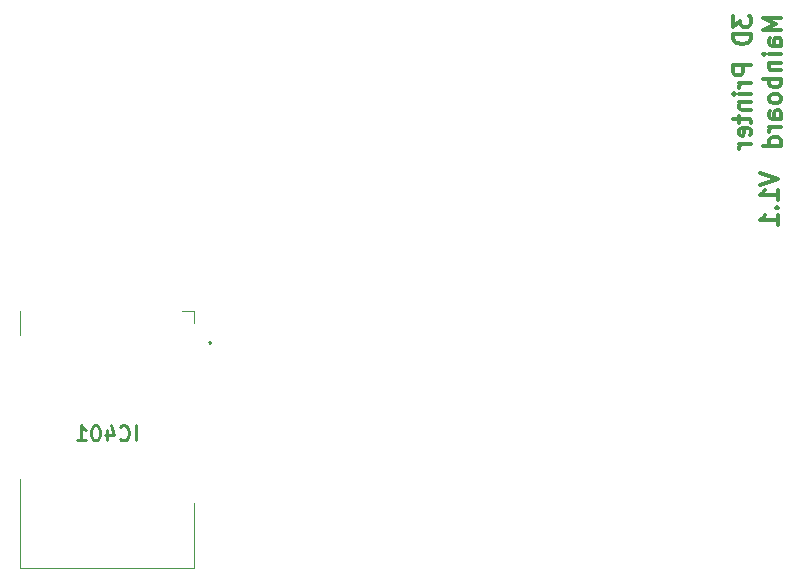
<source format=gbr>
G04 #@! TF.GenerationSoftware,KiCad,Pcbnew,(5.1.5)-3*
G04 #@! TF.CreationDate,2020-06-23T00:22:59+02:00*
G04 #@! TF.ProjectId,3D_Printer_Mainboard_STM32,33445f50-7269-46e7-9465-725f4d61696e,rev?*
G04 #@! TF.SameCoordinates,Original*
G04 #@! TF.FileFunction,Legend,Bot*
G04 #@! TF.FilePolarity,Positive*
%FSLAX46Y46*%
G04 Gerber Fmt 4.6, Leading zero omitted, Abs format (unit mm)*
G04 Created by KiCad (PCBNEW (5.1.5)-3) date 2020-06-23 00:22:59*
%MOMM*%
%LPD*%
G04 APERTURE LIST*
%ADD10C,0.300000*%
%ADD11C,0.100000*%
%ADD12C,0.200000*%
%ADD13C,0.254000*%
G04 APERTURE END LIST*
D10*
X160178571Y-110714285D02*
X161678571Y-111214285D01*
X160178571Y-111714285D01*
X161678571Y-113000000D02*
X161678571Y-112142857D01*
X161678571Y-112571428D02*
X160178571Y-112571428D01*
X160392857Y-112428571D01*
X160535714Y-112285714D01*
X160607142Y-112142857D01*
X161535714Y-113642857D02*
X161607142Y-113714285D01*
X161678571Y-113642857D01*
X161607142Y-113571428D01*
X161535714Y-113642857D01*
X161678571Y-113642857D01*
X161678571Y-115142857D02*
X161678571Y-114285714D01*
X161678571Y-114714285D02*
X160178571Y-114714285D01*
X160392857Y-114571428D01*
X160535714Y-114428571D01*
X160607142Y-114285714D01*
X157903571Y-97392857D02*
X157903571Y-98321428D01*
X158475000Y-97821428D01*
X158475000Y-98035714D01*
X158546428Y-98178571D01*
X158617857Y-98250000D01*
X158760714Y-98321428D01*
X159117857Y-98321428D01*
X159260714Y-98250000D01*
X159332142Y-98178571D01*
X159403571Y-98035714D01*
X159403571Y-97607142D01*
X159332142Y-97464285D01*
X159260714Y-97392857D01*
X159403571Y-98964285D02*
X157903571Y-98964285D01*
X157903571Y-99321428D01*
X157975000Y-99535714D01*
X158117857Y-99678571D01*
X158260714Y-99750000D01*
X158546428Y-99821428D01*
X158760714Y-99821428D01*
X159046428Y-99750000D01*
X159189285Y-99678571D01*
X159332142Y-99535714D01*
X159403571Y-99321428D01*
X159403571Y-98964285D01*
X159403571Y-101607142D02*
X157903571Y-101607142D01*
X157903571Y-102178571D01*
X157975000Y-102321428D01*
X158046428Y-102392857D01*
X158189285Y-102464285D01*
X158403571Y-102464285D01*
X158546428Y-102392857D01*
X158617857Y-102321428D01*
X158689285Y-102178571D01*
X158689285Y-101607142D01*
X159403571Y-103107142D02*
X158403571Y-103107142D01*
X158689285Y-103107142D02*
X158546428Y-103178571D01*
X158475000Y-103250000D01*
X158403571Y-103392857D01*
X158403571Y-103535714D01*
X159403571Y-104035714D02*
X158403571Y-104035714D01*
X157903571Y-104035714D02*
X157975000Y-103964285D01*
X158046428Y-104035714D01*
X157975000Y-104107142D01*
X157903571Y-104035714D01*
X158046428Y-104035714D01*
X158403571Y-104750000D02*
X159403571Y-104750000D01*
X158546428Y-104750000D02*
X158475000Y-104821428D01*
X158403571Y-104964285D01*
X158403571Y-105178571D01*
X158475000Y-105321428D01*
X158617857Y-105392857D01*
X159403571Y-105392857D01*
X158403571Y-105892857D02*
X158403571Y-106464285D01*
X157903571Y-106107142D02*
X159189285Y-106107142D01*
X159332142Y-106178571D01*
X159403571Y-106321428D01*
X159403571Y-106464285D01*
X159332142Y-107535714D02*
X159403571Y-107392857D01*
X159403571Y-107107142D01*
X159332142Y-106964285D01*
X159189285Y-106892857D01*
X158617857Y-106892857D01*
X158475000Y-106964285D01*
X158403571Y-107107142D01*
X158403571Y-107392857D01*
X158475000Y-107535714D01*
X158617857Y-107607142D01*
X158760714Y-107607142D01*
X158903571Y-106892857D01*
X159403571Y-108250000D02*
X158403571Y-108250000D01*
X158689285Y-108250000D02*
X158546428Y-108321428D01*
X158475000Y-108392857D01*
X158403571Y-108535714D01*
X158403571Y-108678571D01*
X161953571Y-97607142D02*
X160453571Y-97607142D01*
X161525000Y-98107142D01*
X160453571Y-98607142D01*
X161953571Y-98607142D01*
X161953571Y-99964285D02*
X161167857Y-99964285D01*
X161025000Y-99892857D01*
X160953571Y-99750000D01*
X160953571Y-99464285D01*
X161025000Y-99321428D01*
X161882142Y-99964285D02*
X161953571Y-99821428D01*
X161953571Y-99464285D01*
X161882142Y-99321428D01*
X161739285Y-99250000D01*
X161596428Y-99250000D01*
X161453571Y-99321428D01*
X161382142Y-99464285D01*
X161382142Y-99821428D01*
X161310714Y-99964285D01*
X161953571Y-100678571D02*
X160953571Y-100678571D01*
X160453571Y-100678571D02*
X160525000Y-100607142D01*
X160596428Y-100678571D01*
X160525000Y-100750000D01*
X160453571Y-100678571D01*
X160596428Y-100678571D01*
X160953571Y-101392857D02*
X161953571Y-101392857D01*
X161096428Y-101392857D02*
X161025000Y-101464285D01*
X160953571Y-101607142D01*
X160953571Y-101821428D01*
X161025000Y-101964285D01*
X161167857Y-102035714D01*
X161953571Y-102035714D01*
X161953571Y-102750000D02*
X160453571Y-102750000D01*
X161025000Y-102750000D02*
X160953571Y-102892857D01*
X160953571Y-103178571D01*
X161025000Y-103321428D01*
X161096428Y-103392857D01*
X161239285Y-103464285D01*
X161667857Y-103464285D01*
X161810714Y-103392857D01*
X161882142Y-103321428D01*
X161953571Y-103178571D01*
X161953571Y-102892857D01*
X161882142Y-102750000D01*
X161953571Y-104321428D02*
X161882142Y-104178571D01*
X161810714Y-104107142D01*
X161667857Y-104035714D01*
X161239285Y-104035714D01*
X161096428Y-104107142D01*
X161025000Y-104178571D01*
X160953571Y-104321428D01*
X160953571Y-104535714D01*
X161025000Y-104678571D01*
X161096428Y-104750000D01*
X161239285Y-104821428D01*
X161667857Y-104821428D01*
X161810714Y-104750000D01*
X161882142Y-104678571D01*
X161953571Y-104535714D01*
X161953571Y-104321428D01*
X161953571Y-106107142D02*
X161167857Y-106107142D01*
X161025000Y-106035714D01*
X160953571Y-105892857D01*
X160953571Y-105607142D01*
X161025000Y-105464285D01*
X161882142Y-106107142D02*
X161953571Y-105964285D01*
X161953571Y-105607142D01*
X161882142Y-105464285D01*
X161739285Y-105392857D01*
X161596428Y-105392857D01*
X161453571Y-105464285D01*
X161382142Y-105607142D01*
X161382142Y-105964285D01*
X161310714Y-106107142D01*
X161953571Y-106821428D02*
X160953571Y-106821428D01*
X161239285Y-106821428D02*
X161096428Y-106892857D01*
X161025000Y-106964285D01*
X160953571Y-107107142D01*
X160953571Y-107250000D01*
X161953571Y-108392857D02*
X160453571Y-108392857D01*
X161882142Y-108392857D02*
X161953571Y-108250000D01*
X161953571Y-107964285D01*
X161882142Y-107821428D01*
X161810714Y-107750000D01*
X161667857Y-107678571D01*
X161239285Y-107678571D01*
X161096428Y-107750000D01*
X161025000Y-107821428D01*
X160953571Y-107964285D01*
X160953571Y-108250000D01*
X161025000Y-108392857D01*
D11*
X97485000Y-136629000D02*
X97485000Y-144125000D01*
X97485000Y-144125000D02*
X112215000Y-144125000D01*
X112215000Y-144125000D02*
X112215000Y-138661000D01*
X97485000Y-124437000D02*
X97485000Y-122405000D01*
X112215000Y-123421000D02*
X112215000Y-122405000D01*
X112215000Y-122405000D02*
X111199000Y-122405000D01*
D12*
X113615000Y-125205000D02*
X113615000Y-125205000D01*
X113615000Y-125005000D02*
X113615000Y-125005000D01*
X113615000Y-125005000D02*
G75*
G03X113615000Y-125205000I0J-100000D01*
G01*
X113615000Y-125205000D02*
G75*
G03X113615000Y-125005000I0J100000D01*
G01*
D13*
X107299285Y-133364523D02*
X107299285Y-132094523D01*
X105968809Y-133243571D02*
X106029285Y-133304047D01*
X106210714Y-133364523D01*
X106331666Y-133364523D01*
X106513095Y-133304047D01*
X106634047Y-133183095D01*
X106694523Y-133062142D01*
X106755000Y-132820238D01*
X106755000Y-132638809D01*
X106694523Y-132396904D01*
X106634047Y-132275952D01*
X106513095Y-132155000D01*
X106331666Y-132094523D01*
X106210714Y-132094523D01*
X106029285Y-132155000D01*
X105968809Y-132215476D01*
X104880238Y-132517857D02*
X104880238Y-133364523D01*
X105182619Y-132034047D02*
X105485000Y-132941190D01*
X104698809Y-132941190D01*
X103973095Y-132094523D02*
X103852142Y-132094523D01*
X103731190Y-132155000D01*
X103670714Y-132215476D01*
X103610238Y-132336428D01*
X103549761Y-132578333D01*
X103549761Y-132880714D01*
X103610238Y-133122619D01*
X103670714Y-133243571D01*
X103731190Y-133304047D01*
X103852142Y-133364523D01*
X103973095Y-133364523D01*
X104094047Y-133304047D01*
X104154523Y-133243571D01*
X104215000Y-133122619D01*
X104275476Y-132880714D01*
X104275476Y-132578333D01*
X104215000Y-132336428D01*
X104154523Y-132215476D01*
X104094047Y-132155000D01*
X103973095Y-132094523D01*
X102340238Y-133364523D02*
X103065952Y-133364523D01*
X102703095Y-133364523D02*
X102703095Y-132094523D01*
X102824047Y-132275952D01*
X102945000Y-132396904D01*
X103065952Y-132457380D01*
M02*

</source>
